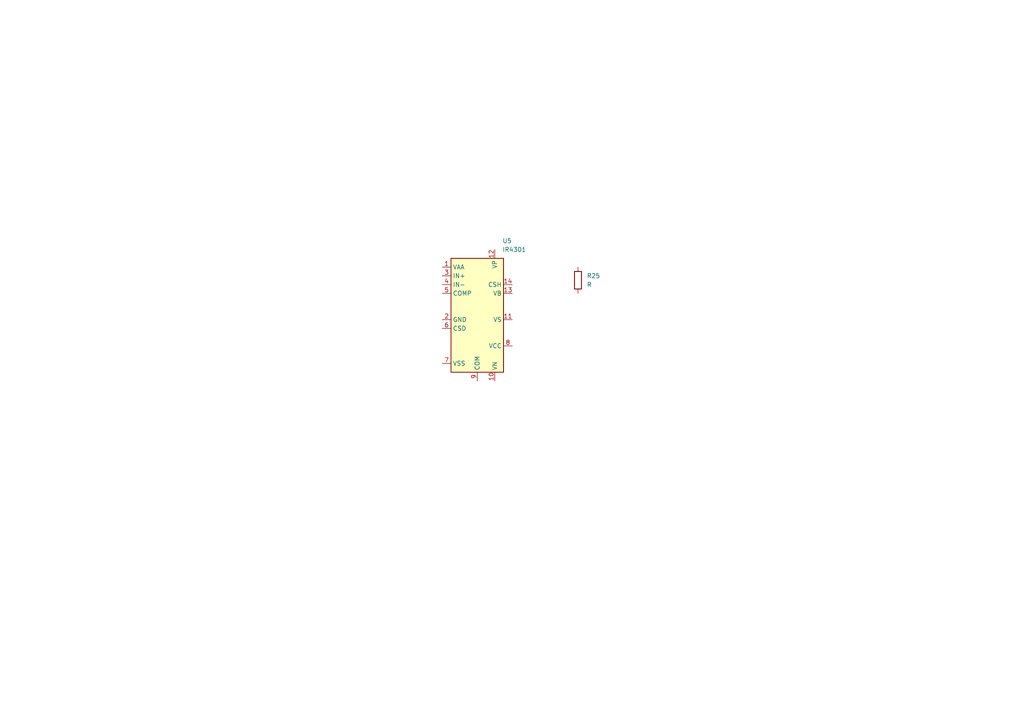
<source format=kicad_sch>
(kicad_sch (version 20231120) (generator "eeschema") (generator_version "8.0")
  (paper "A4")
  (lib_symbols
    (symbol "Amplifier_Audio:IR4301"
      (property "Reference" "U" (at -7.62 20.955 0))
      (property "Value" "IR4301" (at -7.62 19.05 0))
      (symbol "IR4301_0_1"
        (rectangle (start -7.62 -15.24) (end 7.62 17.78) (stroke (width 0.254)) (fill (type background)))
      )
      (symbol "IR4301_1_1"
        (pin power_in line (at -10.16 15.24 0) (length 2.54) (name "VAA") (number "1"))
        (pin power_in line (at 5.08 -17.78 90) (length 2.54) (name "VN") (number "10"))
        (pin output line (at 10.16 0 180) (length 2.54) (name "VS") (number "11"))
        (pin power_in line (at 5.08 20.32 270) (length 2.54) (name "VP") (number "12"))
        (pin power_in line (at 10.16 7.62 180) (length 2.54) (name "VB") (number "13"))
        (pin passive line (at 10.16 10.16 180) (length 2.54) (name "CSH") (number "14"))
        (pin passive line (at 0 -17.78 90) (length 2.54) hide (name "COM") (number "15"))
        (pin power_in line (at -10.16 0 0) (length 2.54) (name "GND") (number "2"))
        (pin input line (at -10.16 12.7 0) (length 2.54) (name "IN+") (number "3"))
        (pin input line (at -10.16 10.16 0) (length 2.54) (name "IN-") (number "4"))
        (pin output line (at -10.16 7.62 0) (length 2.54) (name "COMP") (number "5"))
        (pin passive line (at -10.16 -2.54 0) (length 2.54) (name "CSD") (number "6"))
        (pin power_in line (at -10.16 -12.7 0) (length 2.54) (name "VSS") (number "7"))
        (pin power_in line (at 10.16 -7.62 180) (length 2.54) (name "VCC") (number "8"))
        (pin power_in line (at 0 -17.78 90) (length 2.54) (name "COM") (number "9"))
      )
    )
    (symbol "Device:R" (pin_numbers hide) (pin_names (offset 0))
      (property "Reference" "R" (at 2.032 0 90))
      (property "Value" "R" (at 0 0 90))
      (symbol "R_0_1"
        (rectangle (start -1.016 -2.54) (end 1.016 2.54) (stroke (width 0.254)))
      )
      (symbol "R_1_1"
        (pin passive line (at 0 3.81 270) (length 1.27) (name "~") (number "1"))
        (pin passive line (at 0 -3.81 90) (length 1.27) (name "~") (number "2"))
      )
    )
  )
  (symbol (lib_id "Device:R") (at 167.64 81.28 0) (unit 1)
    (property "Reference" "R25" (at 170.18 80.0099 0) (effects (justify left)))
    (property "Value" "R" (at 170.18 82.5499 0) (effects (justify left)))
    (property "Description" "Resistor" (effects (hide yes)))
    (instances (project "SoloBoost" (path "" (reference "R25") (unit 1)) (path "" (reference "R26") (unit 1))))
  )
  (symbol (lib_id "Amplifier_Audio:IR4301") (at 138.43 92.71 0) (unit 1)
    (property "Reference" "U5" (at 145.7041 69.85 0) (effects (justify left)))
    (property "Value" "IR4301" (at 145.7041 72.39 0) (effects (justify left)))
    (property "Footprint" "Package_DFN_QFN:Infineon_PQFN-22-15-4EP_6x5mm_P0.65mm" (effects (hide yes)))
    (property "Datasheet" "https://www.infineon.com/dgdl/ir4301.pdf?fileId=5546d462533600a4015355d5fc691819" (effects (hide yes)))
    (property "Description" "PowIRaudio Integrated Analog Input Class D Audio Amplifier, 160W/4ohm, 80V, PQFN-22" (effects (hide yes)))
    (instances (project "SoloBoost" (path "" (reference "U5") (unit 1)) (path "" (reference "U6") (unit 1))))
  )
)
</source>
